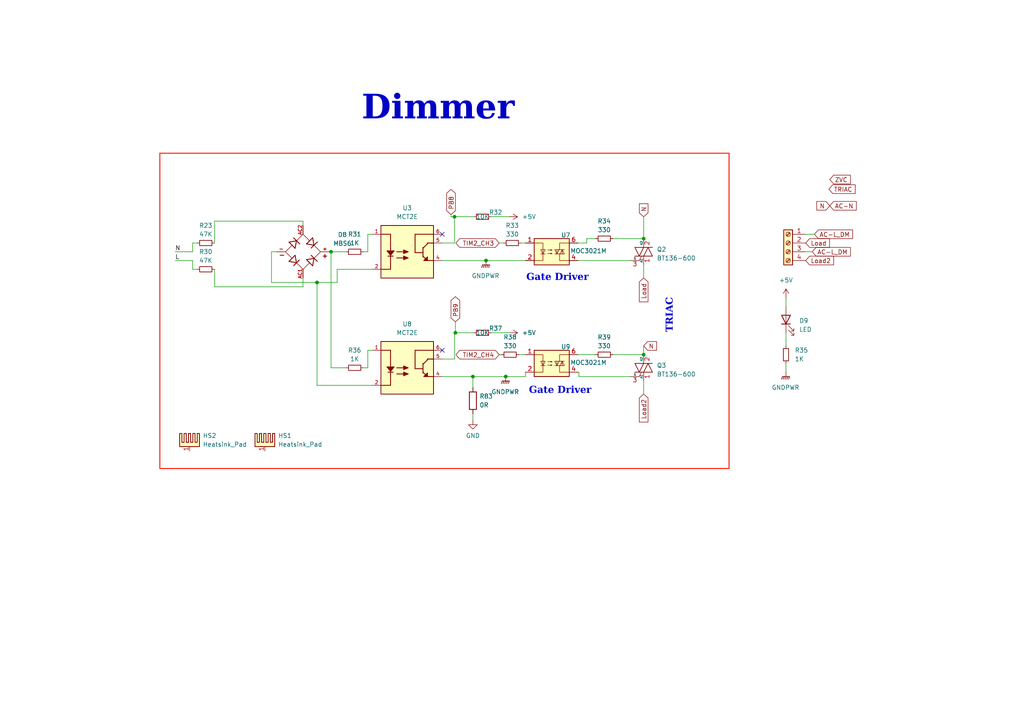
<source format=kicad_sch>
(kicad_sch (version 20231120) (generator "eeschema") (generator_version "8.0")
  (paper "A4")
  (lib_symbols
    (symbol "Connector:Screw_Terminal_01x04" (pin_names (offset 1.016) hide)
      (property "Reference" "J" (at 0 5.08 0))
      (property "Value" "Screw_Terminal_01x04" (at 0 -7.62 0))
      (symbol "Screw_Terminal_01x04_1_1"
        (rectangle (start -1.27 3.81) (end 1.27 -6.35) (stroke (width 0.254)) (fill (type background)))
        (circle (center 0 -5.08) (radius 0.635) (stroke (width 0.1524)))
        (circle (center 0 -2.54) (radius 0.635) (stroke (width 0.1524)))
        (polyline (pts (xy -0.5334 -4.7498) (xy 0.3302 -5.588)) (stroke (width 0.1524)))
        (polyline (pts (xy -0.5334 -2.2098) (xy 0.3302 -3.048)) (stroke (width 0.1524)))
        (polyline (pts (xy -0.5334 0.3302) (xy 0.3302 -0.508)) (stroke (width 0.1524)))
        (polyline (pts (xy -0.5334 2.8702) (xy 0.3302 2.032)) (stroke (width 0.1524)))
        (polyline (pts (xy -0.3556 -4.572) (xy 0.508 -5.4102)) (stroke (width 0.1524)))
        (polyline (pts (xy -0.3556 -2.032) (xy 0.508 -2.8702)) (stroke (width 0.1524)))
        (polyline (pts (xy -0.3556 0.508) (xy 0.508 -0.3302)) (stroke (width 0.1524)))
        (polyline (pts (xy -0.3556 3.048) (xy 0.508 2.2098)) (stroke (width 0.1524)))
        (circle (center 0 0) (radius 0.635) (stroke (width 0.1524)))
        (circle (center 0 2.54) (radius 0.635) (stroke (width 0.1524)))
        (pin passive line (at -5.08 2.54 0) (length 3.81) (name "Pin_1") (number "1"))
        (pin passive line (at -5.08 0 0) (length 3.81) (name "Pin_2") (number "2"))
        (pin passive line (at -5.08 -2.54 0) (length 3.81) (name "Pin_3") (number "3"))
        (pin passive line (at -5.08 -5.08 0) (length 3.81) (name "Pin_4") (number "4"))
      )
    )
    (symbol "Device:LED" (pin_numbers hide) (pin_names (offset 1.016) hide)
      (property "Reference" "D" (at 0 2.54 0))
      (property "Value" "LED" (at 0 -2.54 0))
      (symbol "LED_0_1"
        (polyline (pts (xy -1.27 -1.27) (xy -1.27 1.27)) (stroke (width 0.254)))
        (polyline (pts (xy -1.27 0) (xy 1.27 0)))
        (polyline (pts (xy 1.27 -1.27) (xy 1.27 1.27) (xy -1.27 0) (xy 1.27 -1.27)) (stroke (width 0.254)))
        (polyline (pts (xy -3.048 -0.762) (xy -4.572 -2.286) (xy -3.81 -2.286) (xy -4.572 -2.286) (xy -4.572 -1.524)))
        (polyline (pts (xy -1.778 -0.762) (xy -3.302 -2.286) (xy -2.54 -2.286) (xy -3.302 -2.286) (xy -3.302 -1.524)))
      )
      (symbol "LED_1_1"
        (pin passive line (at -3.81 0 0) (length 2.54) (name "K") (number "1"))
        (pin passive line (at 3.81 0 180) (length 2.54) (name "A") (number "2"))
      )
    )
    (symbol "Device:R" (pin_numbers hide) (pin_names (offset 0))
      (property "Reference" "R" (at 2.032 0 90))
      (property "Value" "R" (at 0 0 90))
      (symbol "R_0_1"
        (rectangle (start -1.016 -2.54) (end 1.016 2.54) (stroke (width 0.254)))
      )
      (symbol "R_1_1"
        (pin passive line (at 0 3.81 270) (length 1.27) (name "~") (number "1"))
        (pin passive line (at 0 -3.81 90) (length 1.27) (name "~") (number "2"))
      )
    )
    (symbol "Device:R_Small" (pin_numbers hide) (pin_names (offset 0.254) hide)
      (property "Reference" "R" (at 0.762 0.508 0))
      (property "Value" "R_Small" (at 0.762 -1.016 0))
      (symbol "R_Small_0_1"
        (rectangle (start -0.762 1.778) (end 0.762 -1.778) (stroke (width 0.2032)))
      )
      (symbol "R_Small_1_1"
        (pin passive line (at 0 2.54 270) (length 0.762) (name "~") (number "1"))
        (pin passive line (at 0 -2.54 90) (length 0.762) (name "~") (number "2"))
      )
    )
    (symbol "MBS6:MBS6" (pin_names (offset 1.016))
      (property "Reference" "D" (at 5.08 5.08 0))
      (property "Value" "MBS6" (at 5.08 -7.62 0))
      (symbol "MBS6_0_0"
        (polyline (pts (xy -6.858 1.27) (xy -5.842 1.27)) (stroke (width 0.254)))
        (polyline (pts (xy -6.35 0.762) (xy -6.35 1.778)) (stroke (width 0.254)))
        (polyline (pts (xy -5.08 0) (xy -3.175 -1.905)) (stroke (width 0.1524)))
        (polyline (pts (xy -3.175 -1.905) (xy -2.794 -4.064)) (stroke (width 0.254)))
        (polyline (pts (xy -3.175 -1.905) (xy -1.016 -2.286)) (stroke (width 0.254)))
        (polyline (pts (xy -3.175 1.905) (xy -5.08 0)) (stroke (width 0.1524)))
        (polyline (pts (xy -3.175 1.905) (xy -2.794 4.064)) (stroke (width 0.254)))
        (polyline (pts (xy -3.175 1.905) (xy -1.016 2.286)) (stroke (width 0.254)))
        (polyline (pts (xy -2.3622 -1.0668) (xy -4.1402 -2.8448)) (stroke (width 0.254)))
        (polyline (pts (xy -2.3622 1.016) (xy -4.1402 2.794)) (stroke (width 0.254)))
        (polyline (pts (xy -1.016 -2.286) (xy -2.794 -4.064)) (stroke (width 0.254)))
        (polyline (pts (xy -1.016 2.286) (xy -2.794 4.064)) (stroke (width 0.254)))
        (polyline (pts (xy 0 -5.08) (xy -1.8034 -3.2766)) (stroke (width 0.1524)))
        (polyline (pts (xy 0 -5.08) (xy 1.905 -3.175)) (stroke (width 0.1524)))
        (polyline (pts (xy 0 5.08) (xy -1.8034 3.2766)) (stroke (width 0.1524)))
        (polyline (pts (xy 1.905 -3.175) (xy 2.286 -1.016)) (stroke (width 0.254)))
        (polyline (pts (xy 1.905 -3.175) (xy 4.064 -2.794)) (stroke (width 0.254)))
        (polyline (pts (xy 1.905 3.175) (xy 0 5.08)) (stroke (width 0.1524)))
        (polyline (pts (xy 1.905 3.175) (xy 2.286 1.016)) (stroke (width 0.254)))
        (polyline (pts (xy 1.905 3.175) (xy 4.064 2.794)) (stroke (width 0.254)))
        (polyline (pts (xy 2.7178 -4.0386) (xy 0.9398 -2.2606)) (stroke (width 0.254)))
        (polyline (pts (xy 2.7178 4.0386) (xy 1.0668 2.3876)) (stroke (width 0.254)))
        (polyline (pts (xy 3.2766 -1.8034) (xy 5.08 0)) (stroke (width 0.1524)))
        (polyline (pts (xy 4.064 -2.794) (xy 2.286 -1.016)) (stroke (width 0.254)))
        (polyline (pts (xy 4.064 2.794) (xy 2.286 1.016)) (stroke (width 0.254)))
        (polyline (pts (xy 5.08 0) (xy 3.2766 1.8034)) (stroke (width 0.1524)))
        (polyline (pts (xy 5.588 1.016) (xy 6.604 1.016)) (stroke (width 0.254)))
        (pin passive line (at -7.62 0 0) (length 2.54) (name "~") (number "+"))
        (pin passive line (at 7.62 0 180) (length 2.54) (name "~") (number "-"))
        (pin passive line (at 0 7.62 270) (length 2.54) (name "~") (number "AC1"))
        (pin passive line (at 0 -7.62 90) (length 2.54) (name "~") (number "AC2"))
      )
    )
    (symbol "MCT2E:MCT2E" (pin_names (offset 1.016))
      (property "Reference" "U" (at -7.62 7.62 0))
      (property "Value" "MCT2E" (at -7.62 -10.16 0))
      (symbol "MCT2E_0_0"
        (rectangle (start -7.62 -7.62) (end 7.62 7.62) (stroke (width 0.254)) (fill (type background)))
        (polyline (pts (xy -7.62 5.08) (xy -4.826 5.08)) (stroke (width 0.254)))
        (polyline (pts (xy -5.842 0.254) (xy -4.826 -1.016)) (stroke (width 0.254)))
        (polyline (pts (xy -5.588 -1.27) (xy -4.064 -1.27)) (stroke (width 0.254)))
        (polyline (pts (xy -5.588 0.254) (xy -5.842 0.254)) (stroke (width 0.254)))
        (polyline (pts (xy -5.588 0.254) (xy -4.826 -0.762)) (stroke (width 0.254)))
        (polyline (pts (xy -5.334 0) (xy -4.826 -0.254)) (stroke (width 0.254)))
        (polyline (pts (xy -4.826 -5.08) (xy -7.62 -5.08)) (stroke (width 0.254)))
        (polyline (pts (xy -4.826 -1.27) (xy -4.826 -5.08)) (stroke (width 0.254)))
        (polyline (pts (xy -4.826 -1.016) (xy -3.81 0.254)) (stroke (width 0.254)))
        (polyline (pts (xy -4.826 -0.762) (xy -4.826 -0.254)) (stroke (width 0.254)))
        (polyline (pts (xy -4.826 -0.762) (xy -4.572 -0.254)) (stroke (width 0.254)))
        (polyline (pts (xy -4.826 -0.254) (xy -5.08 -0.254)) (stroke (width 0.254)))
        (polyline (pts (xy -4.826 -0.254) (xy -4.826 0)) (stroke (width 0.254)))
        (polyline (pts (xy -4.826 -0.254) (xy -4.572 -0.254)) (stroke (width 0.254)))
        (polyline (pts (xy -4.826 0) (xy -5.334 0)) (stroke (width 0.254)))
        (polyline (pts (xy -4.826 0) (xy -4.318 0)) (stroke (width 0.254)))
        (polyline (pts (xy -4.826 0.254) (xy -5.588 0.254)) (stroke (width 0.254)))
        (polyline (pts (xy -4.826 0.254) (xy -4.318 0.254)) (stroke (width 0.254)))
        (polyline (pts (xy -4.826 5.08) (xy -4.826 0.254)) (stroke (width 0.254)))
        (polyline (pts (xy -4.572 -0.254) (xy -4.318 0.254)) (stroke (width 0.254)))
        (polyline (pts (xy -4.318 0.254) (xy -4.064 0.254)) (stroke (width 0.254)))
        (polyline (pts (xy -4.064 0.254) (xy -4.826 -0.762)) (stroke (width 0.254)))
        (polyline (pts (xy -4.064 0.254) (xy -3.81 0.254)) (stroke (width 0.254)))
        (polyline (pts (xy -3.048 -1.778) (xy -0.762 -1.778)) (stroke (width 0.254)))
        (polyline (pts (xy -3.048 0) (xy -0.762 0)) (stroke (width 0.254)))
        (polyline (pts (xy -1.016 -1.524) (xy -1.016 -2.286)) (stroke (width 0.254)))
        (polyline (pts (xy -1.016 -1.524) (xy -0.254 -1.778)) (stroke (width 0.254)))
        (polyline (pts (xy -1.016 -1.27) (xy -1.016 -1.524)) (stroke (width 0.254)))
        (polyline (pts (xy -1.016 -1.27) (xy 0.254 -1.778)) (stroke (width 0.254)))
        (polyline (pts (xy -1.016 0.254) (xy -1.016 -0.508)) (stroke (width 0.254)))
        (polyline (pts (xy -1.016 0.254) (xy -0.254 0)) (stroke (width 0.254)))
        (polyline (pts (xy -1.016 0.508) (xy -1.016 0.254)) (stroke (width 0.254)))
        (polyline (pts (xy -1.016 0.508) (xy 0.254 0)) (stroke (width 0.254)))
        (polyline (pts (xy -0.762 -2.032) (xy -0.762 -1.778)) (stroke (width 0.254)))
        (polyline (pts (xy -0.762 -1.778) (xy -0.254 -1.778)) (stroke (width 0.254)))
        (polyline (pts (xy -0.762 -0.254) (xy -0.762 0)) (stroke (width 0.254)))
        (polyline (pts (xy -0.762 0) (xy -0.254 0)) (stroke (width 0.254)))
        (polyline (pts (xy -0.254 -1.778) (xy -0.762 -2.032)) (stroke (width 0.254)))
        (polyline (pts (xy -0.254 -1.778) (xy 0 -1.778)) (stroke (width 0.254)))
        (polyline (pts (xy -0.254 0) (xy -0.762 -0.254)) (stroke (width 0.254)))
        (polyline (pts (xy -0.254 0) (xy 0 0)) (stroke (width 0.254)))
        (polyline (pts (xy 0.254 -1.778) (xy -1.016 -2.286)) (stroke (width 0.254)))
        (polyline (pts (xy 0.254 0) (xy -1.016 -0.508)) (stroke (width 0.254)))
        (polyline (pts (xy 2.286 -0.254) (xy 2.286 5.08)) (stroke (width 0.254)))
        (polyline (pts (xy 2.286 5.08) (xy 7.62 5.08)) (stroke (width 0.254)))
        (polyline (pts (xy 4.572 -1.27) (xy 4.572 -1.524)) (stroke (width 0.254)))
        (polyline (pts (xy 4.572 -1.27) (xy 5.842 -2.54)) (stroke (width 0.254)))
        (polyline (pts (xy 4.572 -0.254) (xy 2.286 -0.254)) (stroke (width 0.254)))
        (polyline (pts (xy 4.572 -0.254) (xy 4.572 -1.27)) (stroke (width 0.254)))
        (polyline (pts (xy 4.572 1.016) (xy 4.572 -0.254)) (stroke (width 0.254)))
        (polyline (pts (xy 4.572 1.016) (xy 4.572 1.27)) (stroke (width 0.254)))
        (polyline (pts (xy 4.826 -2.54) (xy 5.588 -2.54)) (stroke (width 0.254)))
        (polyline (pts (xy 5.08 -2.286) (xy 4.826 -2.54)) (stroke (width 0.254)))
        (polyline (pts (xy 5.08 -2.286) (xy 5.334 -2.286)) (stroke (width 0.254)))
        (polyline (pts (xy 5.334 -2.286) (xy 5.588 -2.54)) (stroke (width 0.254)))
        (polyline (pts (xy 5.588 -2.54) (xy 5.588 -2.032)) (stroke (width 0.254)))
        (polyline (pts (xy 5.588 -2.54) (xy 5.842 -2.54)) (stroke (width 0.254)))
        (polyline (pts (xy 5.588 -2.032) (xy 5.334 -2.286)) (stroke (width 0.254)))
        (polyline (pts (xy 5.588 -2.032) (xy 5.842 -1.778)) (stroke (width 0.254)))
        (polyline (pts (xy 5.842 -2.54) (xy 5.842 -2.286)) (stroke (width 0.254)))
        (polyline (pts (xy 5.842 -2.54) (xy 7.62 -2.54)) (stroke (width 0.254)))
        (polyline (pts (xy 5.842 -2.286) (xy 5.588 -2.032)) (stroke (width 0.254)))
        (polyline (pts (xy 5.842 -2.286) (xy 5.842 -1.778)) (stroke (width 0.254)))
        (polyline (pts (xy 5.842 -1.778) (xy 5.842 -1.524)) (stroke (width 0.254)))
        (polyline (pts (xy 5.842 -1.524) (xy 5.08 -2.286)) (stroke (width 0.254)))
        (polyline (pts (xy 5.842 2.286) (xy 4.572 1.016)) (stroke (width 0.254)))
        (polyline (pts (xy 5.842 2.54) (xy 5.842 2.286)) (stroke (width 0.254)))
        (polyline (pts (xy 7.62 2.54) (xy 5.842 2.54)) (stroke (width 0.254)))
        (pin passive line (at -10.16 5.08 0) (length 2.54) (name "~") (number "1"))
        (pin passive line (at -10.16 -5.08 0) (length 2.54) (name "~") (number "2"))
        (pin passive line (at 10.16 -2.54 180) (length 2.54) (name "~") (number "4"))
        (pin passive line (at 10.16 2.54 180) (length 2.54) (name "~") (number "5"))
        (pin passive line (at 10.16 5.08 180) (length 2.54) (name "~") (number "6"))
      )
    )
    (symbol "Mechanical:Heatsink_Pad" (pin_names (offset 0))
      (property "Reference" "HS" (at 0 5.715 0))
      (property "Value" "Heatsink_Pad" (at 0 3.81 0))
      (symbol "Heatsink_Pad_0_1"
        (polyline (pts (xy -0.3302 0) (xy -0.9652 0) (xy -0.9652 2.54) (xy -1.6002 2.54) (xy -1.6002 0) (xy -2.2352 0) (xy -2.2352 2.54) (xy -2.8702 2.54) (xy -2.8702 -1.27) (xy -0.9652 -1.27)) (stroke (width 0.254)) (fill (type background)))
        (polyline (pts (xy -0.3302 0) (xy -0.3302 2.54) (xy 0.3048 2.54) (xy 0.3048 0) (xy 0.9398 0) (xy 0.9398 2.54) (xy 1.5748 2.54) (xy 1.5748 0) (xy 2.2098 0) (xy 2.2098 2.54) (xy 2.8448 2.54) (xy 2.8448 -1.27) (xy -0.9652 -1.27)) (stroke (width 0.254)) (fill (type background)))
      )
      (symbol "Heatsink_Pad_1_1"
        (pin passive line (at 0 -2.54 90) (length 1.27) (name "~") (number "1"))
      )
    )
    (symbol "Relay_SolidState:MOC3021M"
      (property "Reference" "U" (at -5.334 4.826 0))
      (property "Value" "MOC3021M" (at 0 5.08 0))
      (symbol "MOC3021M_0_1"
        (rectangle (start -5.08 3.81) (end 5.08 -3.81) (stroke (width 0.254)) (fill (type background)))
        (polyline (pts (xy -3.175 -0.635) (xy -1.905 -0.635)))
        (polyline (pts (xy 1.524 -0.635) (xy 1.524 0.635)))
        (polyline (pts (xy 3.048 0.635) (xy 3.048 -0.635)))
        (polyline (pts (xy 2.286 -0.635) (xy 2.286 -2.54) (xy 5.08 -2.54)))
        (polyline (pts (xy 2.286 0.635) (xy 2.286 2.54) (xy 5.08 2.54)))
        (polyline (pts (xy -5.08 2.54) (xy -2.54 2.54) (xy -2.54 -2.54) (xy -5.08 -2.54)))
        (polyline (pts (xy -2.54 -0.635) (xy -3.175 0.635) (xy -1.905 0.635) (xy -2.54 -0.635)))
        (polyline (pts (xy 0.889 -0.635) (xy 3.683 -0.635) (xy 3.048 0.635) (xy 2.413 -0.635)))
        (polyline (pts (xy 3.683 0.635) (xy 0.889 0.635) (xy 1.524 -0.635) (xy 2.159 0.635)))
        (polyline (pts (xy -1.143 -0.508) (xy 0.127 -0.508) (xy -0.254 -0.635) (xy -0.254 -0.381) (xy 0.127 -0.508)))
        (polyline (pts (xy -1.143 0.508) (xy 0.127 0.508) (xy -0.254 0.381) (xy -0.254 0.635) (xy 0.127 0.508)))
      )
      (symbol "MOC3021M_1_1"
        (pin passive line (at -7.62 2.54 0) (length 2.54) (name "~") (number "1"))
        (pin passive line (at -7.62 -2.54 0) (length 2.54) (name "~") (number "2"))
        (pin no_connect line (at -5.08 0 0) (length 2.54) hide (name "NC") (number "3"))
        (pin passive line (at 7.62 -2.54 180) (length 2.54) (name "~") (number "4"))
        (pin no_connect line (at 5.08 0 180) (length 2.54) hide (name "NC") (number "5"))
        (pin passive line (at 7.62 2.54 180) (length 2.54) (name "~") (number "6"))
      )
    )
    (symbol "Triac_Thyristor:BT136-600" (pin_names (offset 0))
      (property "Reference" "Q" (at 5.08 1.905 0))
      (property "Value" "BT136-600" (at 5.08 0 0))
      (symbol "BT136-600_0_1"
        (polyline (pts (xy -2.54 -1.27) (xy 2.54 -1.27)) (stroke (width 0.2032)))
        (polyline (pts (xy -2.54 1.27) (xy 2.54 1.27)) (stroke (width 0.2032)))
        (polyline (pts (xy -1.27 -2.54) (xy -0.635 -1.27)))
        (polyline (pts (xy -2.54 1.27) (xy -1.27 -1.27) (xy 0 1.27)) (stroke (width 0.2032)))
        (polyline (pts (xy 0 -1.27) (xy 1.27 1.27) (xy 2.54 -1.27)) (stroke (width 0.2032)))
      )
      (symbol "BT136-600_1_1"
        (pin passive line (at 0 -3.81 90) (length 2.54) (name "A1") (number "1"))
        (pin passive line (at 0 3.81 270) (length 2.54) (name "A2") (number "2"))
        (pin input line (at -3.81 -2.54 0) (length 2.54) (name "G") (number "3"))
      )
    )
    (symbol "power:+5V" (power) (pin_names (offset 0))
      (property "Value" "+5V" (at 0 3.556 0))
      (symbol "+5V_0_1"
        (polyline (pts (xy -0.762 1.27) (xy 0 2.54)))
        (polyline (pts (xy 0 0) (xy 0 2.54)))
        (polyline (pts (xy 0 2.54) (xy 0.762 1.27)))
      )
      (symbol "+5V_1_1"
        (pin power_in line (at 0 0 90) (length 0) hide (name "+5V") (number "1"))
      )
    )
    (symbol "power:GND" (power) (pin_names (offset 0))
      (property "Value" "GND" (at 0 -3.81 0))
      (symbol "GND_0_1"
        (polyline (pts (xy 0 0) (xy 0 -1.27) (xy 1.27 -1.27) (xy 0 -2.54) (xy -1.27 -1.27) (xy 0 -1.27)))
      )
      (symbol "GND_1_1"
        (pin power_in line (at 0 0 270) (length 0) hide (name "GND") (number "1"))
      )
    )
    (symbol "power:GNDPWR" (power) (pin_numbers hide) (pin_names (offset 0) hide)
      (property "Value" "GNDPWR" (at 0 -3.302 0))
      (symbol "GNDPWR_0_1"
        (polyline (pts (xy 0 -1.27) (xy 0 0)))
        (polyline (pts (xy -1.016 -1.27) (xy -1.27 -2.032) (xy -1.27 -2.032)) (stroke (width 0.2032)))
        (polyline (pts (xy -0.508 -1.27) (xy -0.762 -2.032) (xy -0.762 -2.032)) (stroke (width 0.2032)))
        (polyline (pts (xy 0 -1.27) (xy -0.254 -2.032) (xy -0.254 -2.032)) (stroke (width 0.2032)))
        (polyline (pts (xy 0.508 -1.27) (xy 0.254 -2.032) (xy 0.254 -2.032)) (stroke (width 0.2032)))
        (polyline (pts (xy 1.016 -1.27) (xy -1.016 -1.27) (xy -1.016 -1.27)) (stroke (width 0.2032)))
        (polyline (pts (xy 1.016 -1.27) (xy 0.762 -2.032) (xy 0.762 -2.032) (xy 0.762 -2.032)) (stroke (width 0.2032)))
      )
      (symbol "GNDPWR_1_1"
        (pin power_in line (at 0 0 270) (length 0) (name "~") (number "1"))
      )
    )
  )
  (junction (at 137.16 109.22))
  (junction (at 186.69 69.215))
  (junction (at 146.685 109.22))
  (junction (at 186.69 102.87))
  (junction (at 131.826 62.865))
  (junction (at 96.012 73.025))
  (junction (at 132.08 96.52))
  (junction (at 140.97 75.565))
  (junction (at 91.948 81.915))
  (no_connect (at 128.27 101.6))
  (no_connect (at 128.27 67.945))
  (wire (pts (xy 128.27 109.22) (xy 137.16 109.22)))
  (wire (pts (xy 167.894 109.22) (xy 182.88 109.22)))
  (wire (pts (xy 151.13 70.485) (xy 152.4 70.485)))
  (wire (pts (xy 96.012 106.68) (xy 100.33 106.68)))
  (wire (pts (xy 227.965 96.52) (xy 227.965 100.33)))
  (wire (pts (xy 96.012 73.025) (xy 96.012 106.68)))
  (wire (pts (xy 147.574 62.865) (xy 142.494 62.865)))
  (wire (pts (xy 186.69 100.33) (xy 186.69 102.87)))
  (wire (pts (xy 91.948 111.76) (xy 107.95 111.76)))
  (wire (pts (xy 131.826 104.14) (xy 128.27 104.14)))
  (wire (pts (xy 146.05 70.485) (xy 144.78 70.485)))
  (wire (pts (xy 105.41 106.68) (xy 106.68 106.68)))
  (wire (pts (xy 137.16 120.015) (xy 137.16 121.92)))
  (wire (pts (xy 87.884 64.135) (xy 62.23 64.135)))
  (wire (pts (xy 177.8 102.87) (xy 186.69 102.87)))
  (wire (pts (xy 106.68 101.6) (xy 107.95 101.6)))
  (wire (pts (xy 233.68 73.025) (xy 235.585 73.025)))
  (wire (pts (xy 132.08 93.345) (xy 132.08 96.52)))
  (wire (pts (xy 170.18 69.215) (xy 170.18 70.485)))
  (wire (pts (xy 50.8 75.565) (xy 55.88 75.565)))
  (wire (pts (xy 131.826 96.52) (xy 131.826 104.14)))
  (wire (pts (xy 97.79 78.105) (xy 97.79 81.915)))
  (wire (pts (xy 152.4 109.22) (xy 152.4 107.95)))
  (wire (pts (xy 106.68 67.945) (xy 107.95 67.945)))
  (wire (pts (xy 145.415 102.87) (xy 144.78 102.87)))
  (wire (pts (xy 87.884 64.135) (xy 87.884 65.405)))
  (wire (pts (xy 182.88 75.565) (xy 167.64 75.565)))
  (wire (pts (xy 96.012 73.025) (xy 100.33 73.025)))
  (wire (pts (xy 78.74 81.915) (xy 78.74 73.025)))
  (wire (pts (xy 55.88 73.025) (xy 55.88 70.485)))
  (wire (pts (xy 87.884 80.645) (xy 87.884 83.185)))
  (wire (pts (xy 105.41 73.025) (xy 106.68 73.025)))
  (wire (pts (xy 227.965 86.36) (xy 227.965 88.9)))
  (wire (pts (xy 106.68 106.68) (xy 106.68 101.6)))
  (wire (pts (xy 150.495 102.87) (xy 152.4 102.87)))
  (wire (pts (xy 107.95 78.105) (xy 97.79 78.105)))
  (wire (pts (xy 167.894 107.95) (xy 167.64 107.95)))
  (wire (pts (xy 91.948 81.915) (xy 91.948 111.76)))
  (wire (pts (xy 132.08 96.52) (xy 137.414 96.52)))
  (wire (pts (xy 55.88 70.485) (xy 57.15 70.485)))
  (wire (pts (xy 186.69 80.645) (xy 186.69 76.835)))
  (wire (pts (xy 186.69 114.3) (xy 186.69 110.49)))
  (wire (pts (xy 95.504 73.025) (xy 96.012 73.025)))
  (wire (pts (xy 106.68 73.025) (xy 106.68 67.945)))
  (wire (pts (xy 130.81 62.23) (xy 130.81 62.865)))
  (wire (pts (xy 146.685 109.22) (xy 152.4 109.22)))
  (wire (pts (xy 78.74 73.025) (xy 80.264 73.025)))
  (wire (pts (xy 177.8 69.215) (xy 186.69 69.215)))
  (wire (pts (xy 62.23 64.135) (xy 62.23 70.485)))
  (wire (pts (xy 147.574 96.52) (xy 142.494 96.52)))
  (wire (pts (xy 128.27 75.565) (xy 140.97 75.565)))
  (wire (pts (xy 130.81 62.865) (xy 131.826 62.865)))
  (wire (pts (xy 233.68 67.945) (xy 236.22 67.945)))
  (wire (pts (xy 186.69 62.865) (xy 186.69 69.215)))
  (wire (pts (xy 131.826 96.52) (xy 132.08 96.52)))
  (wire (pts (xy 87.884 83.185) (xy 62.23 83.185)))
  (wire (pts (xy 137.16 109.22) (xy 146.685 109.22)))
  (wire (pts (xy 170.18 70.485) (xy 167.64 70.485)))
  (wire (pts (xy 50.8 73.025) (xy 55.88 73.025)))
  (wire (pts (xy 131.826 62.865) (xy 137.414 62.865)))
  (wire (pts (xy 131.826 70.485) (xy 128.27 70.485)))
  (wire (pts (xy 78.74 81.915) (xy 91.948 81.915)))
  (wire (pts (xy 140.97 75.565) (xy 152.4 75.565)))
  (wire (pts (xy 167.894 107.95) (xy 167.894 109.22)))
  (wire (pts (xy 172.72 69.215) (xy 170.18 69.215)))
  (wire (pts (xy 55.88 78.105) (xy 57.15 78.105)))
  (wire (pts (xy 227.965 105.41) (xy 227.965 107.95)))
  (wire (pts (xy 167.64 102.87) (xy 172.72 102.87)))
  (wire (pts (xy 131.826 62.865) (xy 131.826 70.485)))
  (wire (pts (xy 55.88 75.565) (xy 55.88 78.105)))
  (wire (pts (xy 62.23 78.105) (xy 62.23 83.185)))
  (wire (pts (xy 97.79 81.915) (xy 91.948 81.915)))
  (wire (pts (xy 137.16 109.22) (xy 137.16 112.395)))
  (rectangle (start 46.355 44.45) (end 211.455 135.89) (stroke (width 0.3) (color 255 34 15 1)))
  (text "TRIAC" (at 195.961 96.52 90) (effects (font (size 2 2) (thickness 0.3) (bold yes)) (justify left bottom)))
  (text "Gate Driver" (at 153.416 115.062 0) (effects (font (size 2 2) (thickness 0.3) (bold yes)) (justify left bottom)))
  (text "Gate Driver" (at 152.654 82.296 0) (effects (font (size 2 2) (thickness 0.3) (bold yes)) (justify left bottom)))
  (text "Dimmer" (at 104.902 37.592 0) (effects (font (size 7 7) (thickness 0.3) (bold yes)) (justify left bottom)))
  (label "N" (at 50.8 73.025 0))
  (label "L" (at 50.8 75.565 0))
  (global_label "Load" (shape input) (at 186.69 80.645 270) (property "Intersheetrefs" "${INTERSHEET_REFS}" (effects (hide yes))))
  (global_label "N" (shape input) (at 186.69 100.33 0) (property "Intersheetrefs" "${INTERSHEET_REFS}" (effects (hide yes))))
  (global_label "Load" (shape input) (at 233.68 70.485 0) (property "Intersheetrefs" "${INTERSHEET_REFS}" (effects (hide yes))))
  (global_label "Load2" (shape input) (at 186.69 114.3 270) (property "Intersheetrefs" "${INTERSHEET_REFS}" (effects (hide yes))))
  (global_label "PB8" (shape bidirectional) (at 130.81 62.23 90) (property "Intersheetrefs" "${INTERSHEET_REFS}" (effects (hide yes))))
  (global_label "AC-L_DM" (shape input) (at 235.585 73.025 0) (property "Intersheetrefs" "${INTERSHEET_REFS}" (effects (hide yes))))
  (global_label "AC-L_DM" (shape input) (at 236.22 67.945 0) (property "Intersheetrefs" "${INTERSHEET_REFS}" (effects (hide yes))))
  (global_label "PB9" (shape bidirectional) (at 132.08 93.345 90) (property "Intersheetrefs" "${INTERSHEET_REFS}" (effects (hide yes))))
  (global_label "N" (shape input) (at 186.69 62.865 90) (property "Intersheetrefs" "${INTERSHEET_REFS}" (effects (hide yes))))
  (global_label "Load2" (shape input) (at 233.68 75.565 0) (property "Intersheetrefs" "${INTERSHEET_REFS}" (effects (hide yes))))
  (global_label "TRIAC" (shape input) (at 240.411 54.864 0) (property "Intersheetrefs" "${INTERSHEET_REFS}" (effects (hide yes))))
  (global_label "AC-N" (shape input) (at 240.665 59.69 0) (property "Intersheetrefs" "${INTERSHEET_REFS}" (effects (hide yes))))
  (global_label "ZVC" (shape input) (at 240.665 52.07 0) (property "Intersheetrefs" "${INTERSHEET_REFS}" (effects (hide yes))))
  (global_label "TIM2_CH4" (shape bidirectional) (at 144.78 102.87 180) (property "Intersheetrefs" "${INTERSHEET_REFS}" (effects (hide yes))))
  (global_label "N" (shape input) (at 240.665 59.69 180) (property "Intersheetrefs" "${INTERSHEET_REFS}" (effects (hide yes))))
  (global_label "TIM2_CH3" (shape bidirectional) (at 144.78 70.485 180) (property "Intersheetrefs" "${INTERSHEET_REFS}" (effects (hide yes))))
  (symbol (lib_id "Device:R_Small") (at 59.69 70.485 270) (unit 1)
    (property "Reference" "R23" (at 59.69 65.405 90))
    (property "Value" "47K" (at 59.69 67.945 90))
    (property "Footprint" "Resistor_THT:R_Axial_DIN0204_L3.6mm_D1.6mm_P2.54mm_Vertical" (effects (hide yes)))
  )
  (symbol (lib_id "Connector:Screw_Terminal_01x04") (at 228.6 70.485 0) (mirror y) (unit 1)
    (property "Reference" "J2" (effects (hide yes)))
    (property "Value" "Screw_Terminal_01x04" (effects (hide yes)))
    (property "Footprint" "DBT50G-9.5-4P:DBT50G-9.5-4P" (effects (hide yes)))
  )
  (symbol (lib_id "power:GND") (at 137.16 121.92 0) (unit 1)
    (property "Reference" "#PWR051" (effects (hide yes)))
    (property "Value" "GND" (at 137.16 126.365 0))
  )
  (symbol (lib_id "power:+5V") (at 147.574 96.52 270) (unit 1)
    (property "Reference" "#PWR052" (effects (hide yes)))
    (property "Value" "+5V" (at 151.384 96.52 90) (effects (justify left)))
  )
  (symbol (lib_id "Device:R_Small") (at 148.59 70.485 270) (unit 1)
    (property "Reference" "R33" (at 148.59 65.405 90))
    (property "Value" "330" (at 148.59 67.945 90))
    (property "Footprint" "Resistor_THT:R_Axial_DIN0204_L3.6mm_D1.6mm_P2.54mm_Vertical" (effects (hide yes)))
  )
  (symbol (lib_id "MBS6:MBS6") (at 87.884 73.025 180) (unit 1)
    (property "Reference" "D8" (at 99.314 68.0719 0))
    (property "Value" "MBS6" (at 99.314 70.6119 0))
    (property "Footprint" "MBS6:DIOB_MBS6" (effects (hide yes)))
    (property "Description" "\n0.8A, 600V, Standard Bridge Rectifier\n" (effects (hide yes)))
    (property "MF" "Taiwan Semiconductor" (effects (hide yes)))
    (property "MAXIMUM_PACKAGE_HEIGHT" "2.9mm" (effects (hide yes)))
    (property "Package" "TO-269AA-4 Taiwan Semiconductor" (effects (hide yes)))
    (property "Price" "None" (effects (hide yes)))
    (property "Check_prices" "https://www.snapeda.com/parts/MBS6/Taiwan+Semiconductor/view-part/?ref=eda" (effects (hide yes)))
    (property "STANDARD" "Manufacturer Recommendations" (effects (hide yes)))
    (property "PARTREV" "Q2309" (effects (hide yes)))
    (property "SnapEDA_Link" "https://www.snapeda.com/parts/MBS6/Taiwan+Semiconductor/view-part/?ref=snap" (effects (hide yes)))
    (property "MP" "MBS6" (effects (hide yes)))
    (property "Purchase-URL" "https://www.snapeda.com/api/url_track_click_mouser/?unipart_id=486189&manufacturer=Taiwan Semiconductor&part_name=MBS6&search_term=bridge rectifier" (effects (hide yes)))
    (property "SNAPEDA_PN" "X" (effects (hide yes)))
    (property "Availability" "In Stock" (effects (hide yes)))
    (property "MANUFACTURER" "Taiwan Semiconductor" (effects (hide yes)))
  )
  (symbol (lib_id "Device:R_Small") (at 175.26 102.87 270) (unit 1)
    (property "Reference" "R39" (at 175.26 97.79 90))
    (property "Value" "330" (at 175.26 100.33 90))
    (property "Footprint" "Resistor_THT:R_Axial_DIN0204_L3.6mm_D1.6mm_P2.54mm_Vertical" (effects (hide yes)))
  )
  (symbol (lib_id "Device:R_Small") (at 139.954 96.52 270) (unit 1)
    (property "Reference" "R37" (at 143.764 95.25 90))
    (property "Value" "10K" (at 139.954 96.52 90))
    (property "Footprint" "Resistor_THT:R_Axial_DIN0204_L3.6mm_D1.6mm_P2.54mm_Vertical" (effects (hide yes)))
  )
  (symbol (lib_id "Device:R_Small") (at 227.965 102.87 0) (unit 1)
    (property "Reference" "R35" (at 230.505 101.6 0) (effects (justify left)))
    (property "Value" "1K" (at 230.505 104.14 0) (effects (justify left)))
    (property "Footprint" "Resistor_THT:R_Axial_DIN0204_L3.6mm_D1.6mm_P2.54mm_Vertical" (effects (hide yes)))
  )
  (symbol (lib_id "Triac_Thyristor:BT136-600") (at 186.69 106.68 0) (unit 1)
    (property "Reference" "Q3" (at 190.5 105.9942 0) (effects (justify left)))
    (property "Value" "BT136-600" (at 190.5 108.5342 0) (effects (justify left)))
    (property "Footprint" "Package_TO_SOT_THT:TO-220-3_Vertical" (effects (hide yes)))
    (property "Datasheet" "http://www.micropik.com/PDF/BT136-600.pdf" (effects (hide yes)))
  )
  (symbol (lib_id "power:GNDPWR") (at 227.965 107.95 0) (unit 1)
    (property "Reference" "#PWR011" (effects (hide yes)))
    (property "Value" "GNDPWR" (at 227.838 112.395 0))
    (property "Description" "Power symbol creates a global label with name \"GNDPWR\" , global ground" (effects (hide yes)))
  )
  (symbol (lib_id "Device:R_Small") (at 139.954 62.865 270) (unit 1)
    (property "Reference" "R32" (at 143.764 61.595 90))
    (property "Value" "10K" (at 139.954 62.865 90))
    (property "Footprint" "Resistor_THT:R_Axial_DIN0204_L3.6mm_D1.6mm_P2.54mm_Vertical" (effects (hide yes)))
  )
  (symbol (lib_id "power:GNDPWR") (at 140.97 75.565 0) (unit 1)
    (property "Reference" "#PWR045" (effects (hide yes)))
    (property "Value" "GNDPWR" (at 140.843 80.01 0))
    (property "Description" "Power symbol creates a global label with name \"GNDPWR\" , global ground" (effects (hide yes)))
  )
  (symbol (lib_id "power:+5V") (at 227.965 86.36 0) (unit 1)
    (property "Reference" "#PWR049" (effects (hide yes)))
    (property "Value" "+5V" (at 227.965 81.28 0))
  )
  (symbol (lib_id "power:GNDPWR") (at 146.685 109.22 0) (unit 1)
    (property "Reference" "#PWR028" (effects (hide yes)))
    (property "Value" "GNDPWR" (at 146.558 113.665 0))
    (property "Description" "Power symbol creates a global label with name \"GNDPWR\" , global ground" (effects (hide yes)))
  )
  (symbol (lib_id "Device:R_Small") (at 102.87 73.025 270) (unit 1)
    (property "Reference" "R31" (at 102.87 67.945 90))
    (property "Value" "1K" (at 102.87 70.485 90))
    (property "Footprint" "Resistor_THT:R_Axial_DIN0204_L3.6mm_D1.6mm_P2.54mm_Vertical" (effects (hide yes)))
  )
  (symbol (lib_id "Device:LED") (at 227.965 92.71 90) (unit 1)
    (property "Reference" "D9" (at 231.775 93.0275 90) (effects (justify right)))
    (property "Value" "LED" (at 231.775 95.5675 90) (effects (justify right)))
    (property "Footprint" "LED_THT:LED_D3.0mm" (effects (hide yes)))
  )
  (symbol (lib_id "Relay_SolidState:MOC3021M") (at 160.02 105.41 0) (unit 1)
    (property "Reference" "U9" (at 164.084 100.584 0))
    (property "Value" "MOC3021M" (at 170.688 105.156 0))
    (property "Footprint" "Package_DIP:DIP-6_W7.62mm" (effects (hide yes)))
    (property "Datasheet" "https://www.onsemi.com/pub/Collateral/MOC3023M-D.PDF" (effects (hide yes)))
  )
  (symbol (lib_id "Device:R_Small") (at 175.26 69.215 270) (unit 1)
    (property "Reference" "R34" (at 175.26 64.135 90))
    (property "Value" "330" (at 175.26 66.675 90))
    (property "Footprint" "Resistor_THT:R_Axial_DIN0204_L3.6mm_D1.6mm_P2.54mm_Vertical" (effects (hide yes)))
  )
  (symbol (lib_id "Triac_Thyristor:BT136-600") (at 186.69 73.025 0) (unit 1)
    (property "Reference" "Q2" (at 190.5 72.3392 0) (effects (justify left)))
    (property "Value" "BT136-600" (at 190.5 74.8792 0) (effects (justify left)))
    (property "Footprint" "Package_TO_SOT_THT:TO-220-3_Vertical" (effects (hide yes)))
    (property "Datasheet" "http://www.micropik.com/PDF/BT136-600.pdf" (effects (hide yes)))
  )
  (symbol (lib_id "Mechanical:Heatsink_Pad") (at 76.835 128.27 0) (unit 1)
    (property "Reference" "HS1" (at 80.645 126.365 0) (effects (justify left)))
    (property "Value" "Heatsink_Pad" (at 80.645 128.905 0) (effects (justify left)))
    (property "Footprint" "SK_95_25_STS_TO_220:HSINK_SK_95_25_STS_TO_220" (effects (hide yes)))
  )
  (symbol (lib_id "Device:R_Small") (at 102.87 106.68 270) (unit 1)
    (property "Reference" "R36" (at 102.87 101.6 90))
    (property "Value" "1K" (at 102.87 104.14 90))
    (property "Footprint" "Resistor_THT:R_Axial_DIN0204_L3.6mm_D1.6mm_P2.54mm_Vertical" (effects (hide yes)))
  )
  (symbol (lib_id "MCT2E:MCT2E") (at 118.11 106.68 0) (unit 1)
    (property "Reference" "U8" (at 118.11 93.98 0))
    (property "Value" "MCT2E" (at 118.11 96.52 0))
    (property "Footprint" "MCT2E:DIP762W50P254L742H480Q6" (effects (hide yes)))
    (property "Description" "\nOptoisolator Transistor with Base Output 5300Vrms 1 Channel 6-DIP\n" (effects (hide yes)))
    (property "B_NOM" "0.5" (effects (hide yes)))
    (property "D_MAX" "7.42" (effects (hide yes)))
    (property "E1_NOM" "6.5" (effects (hide yes)))
    (property "E1_MIN" "6.2" (effects (hide yes)))
    (property "B_MAX" "0.6" (effects (hide yes)))
    (property "Price" "None" (effects (hide yes)))
    (property "ENOM" "2.54" (effects (hide yes)))
    (property "D_NOM" "7.12" (effects (hide yes)))
    (property "Purchase-URL" "https://www.snapeda.com/api/url_track_click_mouser/?unipart_id=2734202&manufacturer=ON Semiconductor&part_name=MCT2E&search_term=None" (effects (hide yes)))
    (property "A_MAX" "4.8" (effects (hide yes)))
    (property "Package" "DIP-6 Boca Semiconductor" (effects (hide yes)))
    (property "A_NOM" "4.8" (effects (hide yes)))
    (property "Check_prices" "https://www.snapeda.com/parts/MCT2E/Onsemi/view-part/?ref=eda" (effects (hide yes)))
    (property "A_MIN" "4.8" (effects (hide yes)))
    (property "STANDARD" "IPC 7351B" (effects (hide yes)))
    (property "PARTREV" "7" (effects (hide yes)))
    (property "SnapEDA_Link" "https://www.snapeda.com/parts/MCT2E/Onsemi/view-part/?ref=snap" (effects (hide yes)))
    (property "E_NOM" "7.62" (effects (hide yes)))
    (property "B_MIN" "0.4" (effects (hide yes)))
    (property "PIN_COUNT" "6.0" (effects (hide yes)))
    (property "MANUFACTURER" "Everlight" (effects (hide yes)))
    (property "MF" "ON Semiconductor" (effects (hide yes)))
    (property "MAXIMUM_PACKAGE_HEIGHT" "4.80mm" (effects (hide yes)))
    (property "E1_MAX" "6.8" (effects (hide yes)))
    (property "D_MIN" "6.82" (effects (hide yes)))
    (property "MP" "MCT2E" (effects (hide yes)))
    (property "Availability" "In Stock" (effects (hide yes)))
  )
  (symbol (lib_id "Relay_SolidState:MOC3021M") (at 160.02 73.025 0) (unit 1)
    (property "Reference" "U7" (at 164.084 68.199 0))
    (property "Value" "MOC3021M" (at 170.688 72.771 0))
    (property "Footprint" "Package_DIP:DIP-6_W7.62mm" (effects (hide yes)))
    (property "Datasheet" "https://www.onsemi.com/pub/Collateral/MOC3023M-D.PDF" (effects (hide yes)))
  )
  (symbol (lib_id "Mechanical:Heatsink_Pad") (at 54.991 128.27 0) (unit 1)
    (property "Reference" "HS2" (at 58.801 126.365 0) (effects (justify left)))
    (property "Value" "Heatsink_Pad" (at 58.801 128.905 0) (effects (justify left)))
    (property "Footprint" "SK_95_25_STS_TO_220:HSINK_SK_95_25_STS_TO_220" (effects (hide yes)))
  )
  (symbol (lib_id "Device:R_Small") (at 147.955 102.87 270) (unit 1)
    (property "Reference" "R38" (at 147.955 97.79 90))
    (property "Value" "330" (at 147.955 100.33 90))
    (property "Footprint" "Resistor_THT:R_Axial_DIN0204_L3.6mm_D1.6mm_P2.54mm_Vertical" (effects (hide yes)))
  )
  (symbol (lib_id "Device:R") (at 137.16 116.205 0) (unit 1)
    (property "Reference" "R83" (at 139.065 114.9349 0) (effects (justify left)))
    (property "Value" "0R" (at 139.065 117.4749 0) (effects (justify left)))
    (property "Footprint" "Resistor_SMD:R_1206_3216Metric" (effects (hide yes)))
    (property "Description" "Resistor" (effects (hide yes)))
  )
  (symbol (lib_id "MCT2E:MCT2E") (at 118.11 73.025 0) (unit 1)
    (property "Reference" "U3" (at 118.11 60.325 0))
    (property "Value" "MCT2E" (at 118.11 62.865 0))
    (property "Footprint" "MCT2E:DIP762W50P254L742H480Q6" (effects (hide yes)))
    (property "Description" "\nOptoisolator Transistor with Base Output 5300Vrms 1 Channel 6-DIP\n" (effects (hide yes)))
    (property "B_NOM" "0.5" (effects (hide yes)))
    (property "D_MAX" "7.42" (effects (hide yes)))
    (property "E1_NOM" "6.5" (effects (hide yes)))
    (property "E1_MIN" "6.2" (effects (hide yes)))
    (property "B_MAX" "0.6" (effects (hide yes)))
    (property "Price" "None" (effects (hide yes)))
    (property "ENOM" "2.54" (effects (hide yes)))
    (property "D_NOM" "7.12" (effects (hide yes)))
    (property "Purchase-URL" "https://www.snapeda.com/api/url_track_click_mouser/?unipart_id=2734202&manufacturer=ON Semiconductor&part_name=MCT2E&search_term=None" (effects (hide yes)))
    (property "A_MAX" "4.8" (effects (hide yes)))
    (property "Package" "DIP-6 Boca Semiconductor" (effects (hide yes)))
    (property "A_NOM" "4.8" (effects (hide yes)))
    (property "Check_prices" "https://www.snapeda.com/parts/MCT2E/Onsemi/view-part/?ref=eda" (effects (hide yes)))
    (property "A_MIN" "4.8" (effects (hide yes)))
    (property "STANDARD" "IPC 7351B" (effects (hide yes)))
    (property "PARTREV" "7" (effects (hide yes)))
    (property "SnapEDA_Link" "https://www.snapeda.com/parts/MCT2E/Onsemi/view-part/?ref=snap" (effects (hide yes)))
    (property "E_NOM" "7.62" (effects (hide yes)))
    (property "B_MIN" "0.4" (effects (hide yes)))
    (property "PIN_COUNT" "6.0" (effects (hide yes)))
    (property "MANUFACTURER" "Everlight" (effects (hide yes)))
    (property "MF" "ON Semiconductor" (effects (hide yes)))
    (property "MAXIMUM_PACKAGE_HEIGHT" "4.80mm" (effects (hide yes)))
    (property "E1_MAX" "6.8" (effects (hide yes)))
    (property "D_MIN" "6.82" (effects (hide yes)))
    (property "MP" "MCT2E" (effects (hide yes)))
    (property "Availability" "In Stock" (effects (hide yes)))
  )
  (symbol (lib_id "Device:R_Small") (at 59.69 78.105 270) (unit 1)
    (property "Reference" "R30" (at 59.69 73.025 90))
    (property "Value" "47K" (at 59.69 75.565 90))
    (property "Footprint" "Resistor_THT:R_Axial_DIN0204_L3.6mm_D1.6mm_P2.54mm_Vertical" (effects (hide yes)))
  )
  (symbol (lib_id "power:+5V") (at 147.574 62.865 270) (unit 1)
    (property "Reference" "#PWR046" (effects (hide yes)))
    (property "Value" "+5V" (at 151.384 62.865 90) (effects (justify left)))
  )
)
</source>
